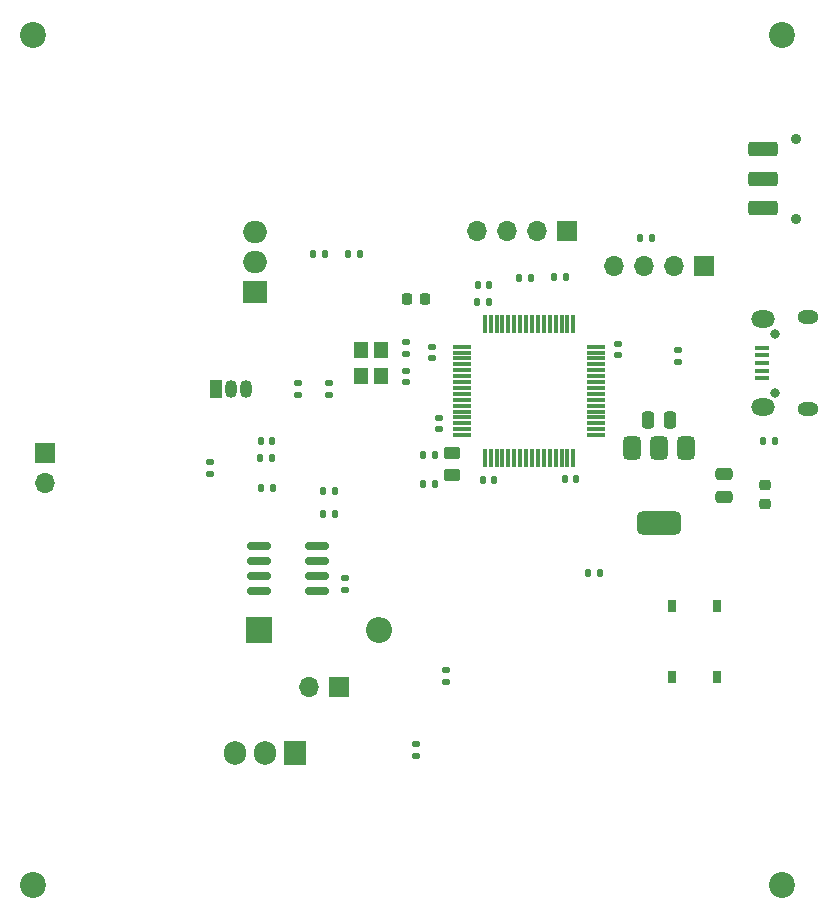
<source format=gbr>
%TF.GenerationSoftware,KiCad,Pcbnew,8.0.8*%
%TF.CreationDate,2025-03-25T11:50:14+11:00*%
%TF.ProjectId,STM32BMS,53544d33-3242-44d5-932e-6b696361645f,rev?*%
%TF.SameCoordinates,Original*%
%TF.FileFunction,Soldermask,Top*%
%TF.FilePolarity,Negative*%
%FSLAX46Y46*%
G04 Gerber Fmt 4.6, Leading zero omitted, Abs format (unit mm)*
G04 Created by KiCad (PCBNEW 8.0.8) date 2025-03-25 11:50:14*
%MOMM*%
%LPD*%
G01*
G04 APERTURE LIST*
G04 Aperture macros list*
%AMRoundRect*
0 Rectangle with rounded corners*
0 $1 Rounding radius*
0 $2 $3 $4 $5 $6 $7 $8 $9 X,Y pos of 4 corners*
0 Add a 4 corners polygon primitive as box body*
4,1,4,$2,$3,$4,$5,$6,$7,$8,$9,$2,$3,0*
0 Add four circle primitives for the rounded corners*
1,1,$1+$1,$2,$3*
1,1,$1+$1,$4,$5*
1,1,$1+$1,$6,$7*
1,1,$1+$1,$8,$9*
0 Add four rect primitives between the rounded corners*
20,1,$1+$1,$2,$3,$4,$5,0*
20,1,$1+$1,$4,$5,$6,$7,0*
20,1,$1+$1,$6,$7,$8,$9,0*
20,1,$1+$1,$8,$9,$2,$3,0*%
G04 Aperture macros list end*
%ADD10R,1.700000X1.700000*%
%ADD11O,1.700000X1.700000*%
%ADD12R,2.200000X2.200000*%
%ADD13O,2.200000X2.200000*%
%ADD14RoundRect,0.135000X-0.135000X-0.185000X0.135000X-0.185000X0.135000X0.185000X-0.135000X0.185000X0*%
%ADD15RoundRect,0.140000X0.140000X0.170000X-0.140000X0.170000X-0.140000X-0.170000X0.140000X-0.170000X0*%
%ADD16R,1.050000X1.500000*%
%ADD17O,1.050000X1.500000*%
%ADD18RoundRect,0.135000X0.185000X-0.135000X0.185000X0.135000X-0.185000X0.135000X-0.185000X-0.135000X0*%
%ADD19RoundRect,0.135000X-0.185000X0.135000X-0.185000X-0.135000X0.185000X-0.135000X0.185000X0.135000X0*%
%ADD20RoundRect,0.250000X0.475000X-0.250000X0.475000X0.250000X-0.475000X0.250000X-0.475000X-0.250000X0*%
%ADD21RoundRect,0.075000X-0.700000X-0.075000X0.700000X-0.075000X0.700000X0.075000X-0.700000X0.075000X0*%
%ADD22RoundRect,0.075000X-0.075000X-0.700000X0.075000X-0.700000X0.075000X0.700000X-0.075000X0.700000X0*%
%ADD23RoundRect,0.140000X-0.170000X0.140000X-0.170000X-0.140000X0.170000X-0.140000X0.170000X0.140000X0*%
%ADD24O,0.800000X0.800000*%
%ADD25R,1.300000X0.450000*%
%ADD26O,1.800000X1.150000*%
%ADD27O,2.000000X1.450000*%
%ADD28RoundRect,0.250000X-0.250000X-0.475000X0.250000X-0.475000X0.250000X0.475000X-0.250000X0.475000X0*%
%ADD29R,1.905000X2.000000*%
%ADD30O,1.905000X2.000000*%
%ADD31R,2.000000X1.905000*%
%ADD32O,2.000000X1.905000*%
%ADD33RoundRect,0.140000X0.170000X-0.140000X0.170000X0.140000X-0.170000X0.140000X-0.170000X-0.140000X0*%
%ADD34RoundRect,0.150000X-0.825000X-0.150000X0.825000X-0.150000X0.825000X0.150000X-0.825000X0.150000X0*%
%ADD35C,2.200000*%
%ADD36RoundRect,0.250000X-0.450000X0.262500X-0.450000X-0.262500X0.450000X-0.262500X0.450000X0.262500X0*%
%ADD37RoundRect,0.140000X-0.140000X-0.170000X0.140000X-0.170000X0.140000X0.170000X-0.140000X0.170000X0*%
%ADD38RoundRect,0.135000X0.135000X0.185000X-0.135000X0.185000X-0.135000X-0.185000X0.135000X-0.185000X0*%
%ADD39RoundRect,0.218750X-0.256250X0.218750X-0.256250X-0.218750X0.256250X-0.218750X0.256250X0.218750X0*%
%ADD40C,0.900000*%
%ADD41RoundRect,0.250000X1.000000X-0.375000X1.000000X0.375000X-1.000000X0.375000X-1.000000X-0.375000X0*%
%ADD42R,1.200000X1.400000*%
%ADD43RoundRect,0.225000X-0.225000X-0.250000X0.225000X-0.250000X0.225000X0.250000X-0.225000X0.250000X0*%
%ADD44RoundRect,0.375000X-0.375000X0.625000X-0.375000X-0.625000X0.375000X-0.625000X0.375000X0.625000X0*%
%ADD45RoundRect,0.500000X-1.400000X0.500000X-1.400000X-0.500000X1.400000X-0.500000X1.400000X0.500000X0*%
%ADD46R,0.750000X1.000000*%
G04 APERTURE END LIST*
D10*
%TO.C,BT1*%
X94800000Y-111200000D03*
D11*
X94800000Y-113740000D03*
%TD*%
D12*
%TO.C,D2*%
X112920000Y-126200000D03*
D13*
X123080000Y-126200000D03*
%TD*%
D14*
%TO.C,R10*%
X113060000Y-111600000D03*
X114080000Y-111600000D03*
%TD*%
%TO.C,R15*%
X118380000Y-114410000D03*
X119400000Y-114410000D03*
%TD*%
D15*
%TO.C,C9*%
X127800000Y-113800000D03*
X126840000Y-113800000D03*
%TD*%
D16*
%TO.C,U4*%
X109260000Y-105800000D03*
D17*
X110530000Y-105800000D03*
X111800000Y-105800000D03*
%TD*%
D18*
%TO.C,R9*%
X108800000Y-113020000D03*
X108800000Y-112000000D03*
%TD*%
D19*
%TO.C,R6*%
X126200000Y-135890000D03*
X126200000Y-136910000D03*
%TD*%
D20*
%TO.C,C14*%
X152300000Y-114907500D03*
X152300000Y-113007500D03*
%TD*%
D21*
%TO.C,U1*%
X130125000Y-102207500D03*
X130125000Y-102707500D03*
X130125000Y-103207500D03*
X130125000Y-103707500D03*
X130125000Y-104207500D03*
X130125000Y-104707500D03*
X130125000Y-105207500D03*
X130125000Y-105707500D03*
X130125000Y-106207500D03*
X130125000Y-106707500D03*
X130125000Y-107207500D03*
X130125000Y-107707500D03*
X130125000Y-108207500D03*
X130125000Y-108707500D03*
X130125000Y-109207500D03*
X130125000Y-109707500D03*
D22*
X132050000Y-111632500D03*
X132550000Y-111632500D03*
X133050000Y-111632500D03*
X133550000Y-111632500D03*
X134050000Y-111632500D03*
X134550000Y-111632500D03*
X135050000Y-111632500D03*
X135550000Y-111632500D03*
X136050000Y-111632500D03*
X136550000Y-111632500D03*
X137050000Y-111632500D03*
X137550000Y-111632500D03*
X138050000Y-111632500D03*
X138550000Y-111632500D03*
X139050000Y-111632500D03*
X139550000Y-111632500D03*
D21*
X141475000Y-109707500D03*
X141475000Y-109207500D03*
X141475000Y-108707500D03*
X141475000Y-108207500D03*
X141475000Y-107707500D03*
X141475000Y-107207500D03*
X141475000Y-106707500D03*
X141475000Y-106207500D03*
X141475000Y-105707500D03*
X141475000Y-105207500D03*
X141475000Y-104707500D03*
X141475000Y-104207500D03*
X141475000Y-103707500D03*
X141475000Y-103207500D03*
X141475000Y-102707500D03*
X141475000Y-102207500D03*
D22*
X139550000Y-100282500D03*
X139050000Y-100282500D03*
X138550000Y-100282500D03*
X138050000Y-100282500D03*
X137550000Y-100282500D03*
X137050000Y-100282500D03*
X136550000Y-100282500D03*
X136050000Y-100282500D03*
X135550000Y-100282500D03*
X135050000Y-100282500D03*
X134550000Y-100282500D03*
X134050000Y-100282500D03*
X133550000Y-100282500D03*
X133050000Y-100282500D03*
X132550000Y-100282500D03*
X132050000Y-100282500D03*
%TD*%
D14*
%TO.C,R11*%
X140780000Y-121400000D03*
X141800000Y-121400000D03*
%TD*%
D23*
%TO.C,C17*%
X118850000Y-105312500D03*
X118850000Y-106272500D03*
%TD*%
D24*
%TO.C,J1*%
X156645000Y-106105000D03*
X156645000Y-101105000D03*
D25*
X155545000Y-104905000D03*
X155545000Y-104255000D03*
X155545000Y-103605000D03*
X155545000Y-102955000D03*
X155545000Y-102305000D03*
D26*
X159395000Y-107480000D03*
D27*
X155595000Y-107330000D03*
X155595000Y-99880000D03*
D26*
X159395000Y-99730000D03*
%TD*%
D19*
%TO.C,R14*%
X116250000Y-105282500D03*
X116250000Y-106302500D03*
%TD*%
D28*
%TO.C,C13*%
X145850000Y-108400000D03*
X147750000Y-108400000D03*
%TD*%
D14*
%TO.C,R12*%
X120490000Y-94400000D03*
X121510000Y-94400000D03*
%TD*%
D29*
%TO.C,Q3*%
X116000000Y-136600000D03*
D30*
X113460000Y-136600000D03*
X110920000Y-136600000D03*
%TD*%
D31*
%TO.C,Q1*%
X112600000Y-97600000D03*
D32*
X112600000Y-95060000D03*
X112600000Y-92520000D03*
%TD*%
D33*
%TO.C,C7*%
X128200000Y-109200000D03*
X128200000Y-108240000D03*
%TD*%
%TO.C,C11*%
X125400000Y-102800000D03*
X125400000Y-101840000D03*
%TD*%
D34*
%TO.C,U3*%
X112925000Y-119095000D03*
X112925000Y-120365000D03*
X112925000Y-121635000D03*
X112925000Y-122905000D03*
X117875000Y-122905000D03*
X117875000Y-121635000D03*
X117875000Y-120365000D03*
X117875000Y-119095000D03*
%TD*%
D33*
%TO.C,C4*%
X127600000Y-103160000D03*
X127600000Y-102200000D03*
%TD*%
D15*
%TO.C,C15*%
X114080000Y-110200000D03*
X113120000Y-110200000D03*
%TD*%
D18*
%TO.C,R5*%
X128800000Y-130620000D03*
X128800000Y-129600000D03*
%TD*%
D35*
%TO.C,H4*%
X157200000Y-75800000D03*
%TD*%
D36*
%TO.C,FB1*%
X129300000Y-111257500D03*
X129300000Y-113082500D03*
%TD*%
D33*
%TO.C,C16*%
X120200000Y-122800000D03*
X120200000Y-121840000D03*
%TD*%
D35*
%TO.C,H3*%
X157200000Y-147800000D03*
%TD*%
D37*
%TO.C,C10*%
X131880000Y-113477500D03*
X132840000Y-113477500D03*
%TD*%
D38*
%TO.C,R7*%
X118510000Y-94400000D03*
X117490000Y-94400000D03*
%TD*%
D39*
%TO.C,D1*%
X155800000Y-113957500D03*
X155800000Y-115532500D03*
%TD*%
D14*
%TO.C,R4*%
X134980000Y-96400000D03*
X136000000Y-96400000D03*
%TD*%
D40*
%TO.C,SW1*%
X158400000Y-91400000D03*
X158400000Y-84600000D03*
D41*
X155650000Y-90500000D03*
X155650000Y-88000000D03*
X155650000Y-85500000D03*
%TD*%
D10*
%TO.C,J4*%
X119675000Y-131000000D03*
D11*
X117135000Y-131000000D03*
%TD*%
D10*
%TO.C,J2*%
X150620000Y-95400000D03*
D11*
X148080000Y-95400000D03*
X145540000Y-95400000D03*
X143000000Y-95400000D03*
%TD*%
D14*
%TO.C,R3*%
X137890000Y-96310000D03*
X138910000Y-96310000D03*
%TD*%
D42*
%TO.C,Y1*%
X121550000Y-102507500D03*
X121550000Y-104707500D03*
X123250000Y-104707500D03*
X123250000Y-102507500D03*
%TD*%
D10*
%TO.C,J3*%
X139000000Y-92400000D03*
D11*
X136460000Y-92400000D03*
X133920000Y-92400000D03*
X131380000Y-92400000D03*
%TD*%
D35*
%TO.C,H1*%
X93800000Y-147800000D03*
%TD*%
D37*
%TO.C,C1*%
X131420000Y-98457500D03*
X132380000Y-98457500D03*
%TD*%
D15*
%TO.C,C8*%
X127800000Y-111382500D03*
X126840000Y-111382500D03*
%TD*%
D14*
%TO.C,R16*%
X118380000Y-116400000D03*
X119400000Y-116400000D03*
%TD*%
D37*
%TO.C,C5*%
X131440000Y-96957500D03*
X132400000Y-96957500D03*
%TD*%
D19*
%TO.C,R13*%
X148400000Y-102490000D03*
X148400000Y-103510000D03*
%TD*%
D38*
%TO.C,R1*%
X146220000Y-93000000D03*
X145200000Y-93000000D03*
%TD*%
D35*
%TO.C,H2*%
X93800000Y-75800000D03*
%TD*%
D43*
%TO.C,C6*%
X125450000Y-98157500D03*
X127000000Y-98157500D03*
%TD*%
D44*
%TO.C,U2*%
X149100000Y-110807500D03*
X146800000Y-110807500D03*
D45*
X146800000Y-117107500D03*
D44*
X144500000Y-110807500D03*
%TD*%
D14*
%TO.C,R2*%
X155580000Y-110200000D03*
X156600000Y-110200000D03*
%TD*%
%TO.C,R8*%
X113090000Y-114200000D03*
X114110000Y-114200000D03*
%TD*%
D46*
%TO.C,SW2*%
X147925000Y-130200000D03*
X147925000Y-124200000D03*
X151675000Y-130200000D03*
X151675000Y-124200000D03*
%TD*%
D23*
%TO.C,C2*%
X143300000Y-101957500D03*
X143300000Y-102917500D03*
%TD*%
D33*
%TO.C,C12*%
X125400000Y-105200000D03*
X125400000Y-104240000D03*
%TD*%
D15*
%TO.C,C3*%
X139800000Y-113457500D03*
X138840000Y-113457500D03*
%TD*%
M02*

</source>
